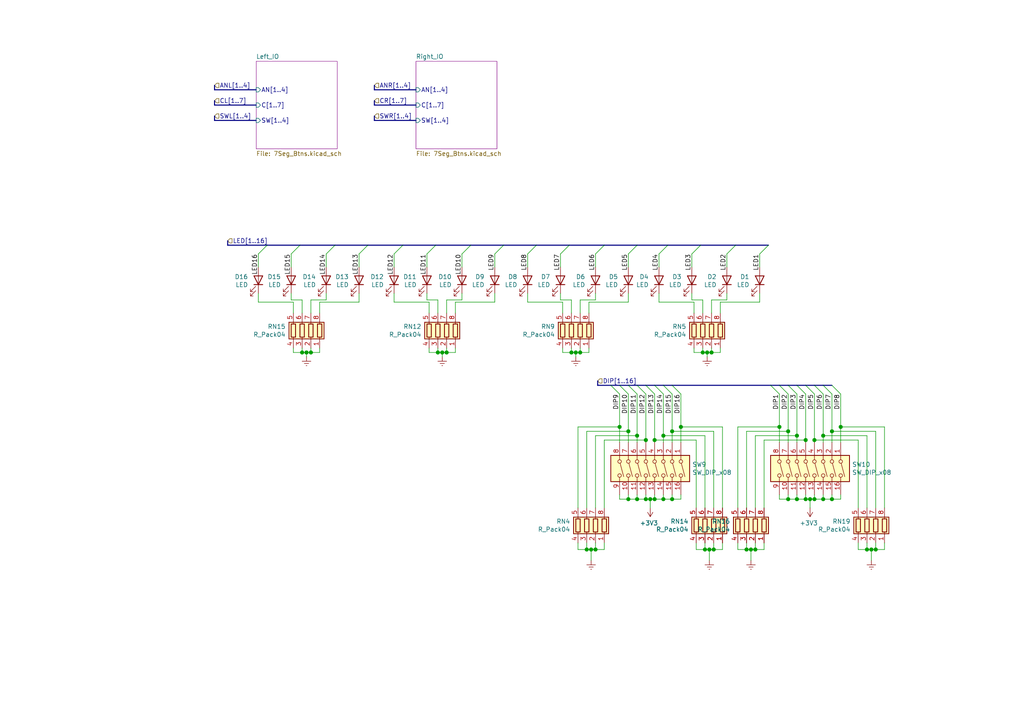
<source format=kicad_sch>
(kicad_sch (version 20200714) (host eeschema "(5.99.0-2671-gfc0a358ba)")
  (page 2 4)
  (paper "A4")
  (lib_symbols
    (symbol "Device:LED" (pin_numbers hide) (pin_names hide)
      (property "Reference" "D" (at 0 2.54 0))
      (property "Value" "LED" (at 0 -2.54 0))
      (symbol "LED_0_1"
        (polyline (pts (xy -1.27 -1.27) (xy -1.27 1.27)) (stroke (width 0.254)))
        (polyline (pts (xy -1.27 0) (xy 1.27 0)))
        (polyline (pts (xy 1.27 -1.27) (xy 1.27 1.27) (xy -1.27 0) (xy 1.27 -1.27)) (stroke (width 0.254)))
        (polyline (pts (xy -3.048 -0.762) (xy -4.572 -2.286) (xy -3.81 -2.286) (xy -4.572 -2.286) (xy -4.572 -1.524)))
        (polyline (pts (xy -1.778 -0.762) (xy -3.302 -2.286) (xy -2.54 -2.286) (xy -3.302 -2.286) (xy -3.302 -1.524)))
      )
      (symbol "LED_1_1"
        (pin passive line (at -3.81 0 0) (length 2.54) (name "K") (number "1"))
        (pin passive line (at 3.81 0 180) (length 2.54) (name "A") (number "2"))
      )
    )
    (symbol "Device:LED_1" (pin_numbers hide) (pin_names hide)
      (property "Reference" "D" (at 0 2.54 0))
      (property "Value" "LED" (at 0 -2.54 0))
      (symbol "LED_1_0_1"
        (polyline (pts (xy -1.27 -1.27) (xy -1.27 1.27)) (stroke (width 0.254)))
        (polyline (pts (xy -1.27 0) (xy 1.27 0)))
        (polyline (pts (xy 1.27 -1.27) (xy 1.27 1.27) (xy -1.27 0) (xy 1.27 -1.27)) (stroke (width 0.254)))
        (polyline (pts (xy -3.048 -0.762) (xy -4.572 -2.286) (xy -3.81 -2.286) (xy -4.572 -2.286) (xy -4.572 -1.524)))
        (polyline (pts (xy -1.778 -0.762) (xy -3.302 -2.286) (xy -2.54 -2.286) (xy -3.302 -2.286) (xy -3.302 -1.524)))
      )
      (symbol "LED_1_1_1"
        (pin passive line (at -3.81 0 0) (length 2.54) (name "K") (number "1"))
        (pin passive line (at 3.81 0 180) (length 2.54) (name "A") (number "2"))
      )
    )
    (symbol "Device:LED_2" (pin_numbers hide) (pin_names hide)
      (property "Reference" "D" (at 0 2.54 0))
      (property "Value" "LED" (at 0 -2.54 0))
      (symbol "LED_2_0_1"
        (polyline (pts (xy -1.27 -1.27) (xy -1.27 1.27)) (stroke (width 0.254)))
        (polyline (pts (xy -1.27 0) (xy 1.27 0)))
        (polyline (pts (xy 1.27 -1.27) (xy 1.27 1.27) (xy -1.27 0) (xy 1.27 -1.27)) (stroke (width 0.254)))
        (polyline (pts (xy -3.048 -0.762) (xy -4.572 -2.286) (xy -3.81 -2.286) (xy -4.572 -2.286) (xy -4.572 -1.524)))
        (polyline (pts (xy -1.778 -0.762) (xy -3.302 -2.286) (xy -2.54 -2.286) (xy -3.302 -2.286) (xy -3.302 -1.524)))
      )
      (symbol "LED_2_1_1"
        (pin passive line (at -3.81 0 0) (length 2.54) (name "K") (number "1"))
        (pin passive line (at 3.81 0 180) (length 2.54) (name "A") (number "2"))
      )
    )
    (symbol "Device:LED_3" (pin_numbers hide) (pin_names hide)
      (property "Reference" "D" (at 0 2.54 0))
      (property "Value" "LED" (at 0 -2.54 0))
      (symbol "LED_3_0_1"
        (polyline (pts (xy -1.27 -1.27) (xy -1.27 1.27)) (stroke (width 0.254)))
        (polyline (pts (xy -1.27 0) (xy 1.27 0)))
        (polyline (pts (xy 1.27 -1.27) (xy 1.27 1.27) (xy -1.27 0) (xy 1.27 -1.27)) (stroke (width 0.254)))
        (polyline (pts (xy -3.048 -0.762) (xy -4.572 -2.286) (xy -3.81 -2.286) (xy -4.572 -2.286) (xy -4.572 -1.524)))
        (polyline (pts (xy -1.778 -0.762) (xy -3.302 -2.286) (xy -2.54 -2.286) (xy -3.302 -2.286) (xy -3.302 -1.524)))
      )
      (symbol "LED_3_1_1"
        (pin passive line (at -3.81 0 0) (length 2.54) (name "K") (number "1"))
        (pin passive line (at 3.81 0 180) (length 2.54) (name "A") (number "2"))
      )
    )
    (symbol "Device:R_Pack04" (pin_names (offset 0) hide)
      (property "Reference" "RN" (at -7.62 0 90))
      (property "Value" "R_Pack04" (at 5.08 0 90))
      (symbol "R_Pack04_0_1"
        (rectangle (start -3.175 1.905) (end -1.905 -1.905) (stroke (width 0.254)))
        (rectangle (start -5.715 1.905) (end -4.445 -1.905) (stroke (width 0.254)))
        (rectangle (start -0.635 1.905) (end 0.635 -1.905) (stroke (width 0.254)))
        (rectangle (start -6.35 -2.413) (end 3.81 2.413) (stroke (width 0.254)) (fill (type background)))
        (rectangle (start 1.905 1.905) (end 3.175 -1.905) (stroke (width 0.254)))
        (polyline (pts (xy -2.54 -2.54) (xy -2.54 -1.905)))
        (polyline (pts (xy -2.54 1.905) (xy -2.54 2.54)))
        (polyline (pts (xy -5.08 -2.54) (xy -5.08 -1.905)))
        (polyline (pts (xy -5.08 1.905) (xy -5.08 2.54)))
        (polyline (pts (xy 0 -2.54) (xy 0 -1.905)))
        (polyline (pts (xy 0 1.905) (xy 0 2.54)))
        (polyline (pts (xy 2.54 -2.54) (xy 2.54 -1.905)))
        (polyline (pts (xy 2.54 1.905) (xy 2.54 2.54)))
      )
      (symbol "R_Pack04_1_1"
        (pin passive line (at -5.08 -5.08 90) (length 2.54) (name "R1.1") (number "1"))
        (pin passive line (at -5.08 5.08 270) (length 2.54) (name "R1.2") (number "8"))
        (pin passive line (at -2.54 -5.08 90) (length 2.54) (name "R2.1") (number "2"))
        (pin passive line (at -2.54 5.08 270) (length 2.54) (name "R2.2") (number "7"))
        (pin passive line (at 0 -5.08 90) (length 2.54) (name "R3.1") (number "3"))
        (pin passive line (at 0 5.08 270) (length 2.54) (name "R3.2") (number "6"))
        (pin passive line (at 2.54 -5.08 90) (length 2.54) (name "R4.1") (number "4"))
        (pin passive line (at 2.54 5.08 270) (length 2.54) (name "R4.2") (number "5"))
      )
    )
    (symbol "Switch:SW_DIP_x08" (pin_names (offset 0) hide)
      (property "Reference" "SW" (at 0 13.97 0))
      (property "Value" "SW_DIP_x08" (at 0 -11.43 0))
      (symbol "SW_DIP_x08_0_0"
        (circle (center -2.032 -7.62) (radius 0.508))
        (circle (center -2.032 -5.08) (radius 0.508))
        (circle (center -2.032 -2.54) (radius 0.508))
        (circle (center -2.032 0) (radius 0.508))
        (circle (center -2.032 2.54) (radius 0.508))
        (circle (center -2.032 5.08) (radius 0.508))
        (circle (center -2.032 7.62) (radius 0.508))
        (circle (center -2.032 10.16) (radius 0.508))
        (circle (center 2.032 -7.62) (radius 0.508))
        (circle (center 2.032 -5.08) (radius 0.508))
        (circle (center 2.032 -2.54) (radius 0.508))
        (circle (center 2.032 0) (radius 0.508))
        (circle (center 2.032 2.54) (radius 0.508))
        (circle (center 2.032 5.08) (radius 0.508))
        (circle (center 2.032 7.62) (radius 0.508))
        (circle (center 2.032 10.16) (radius 0.508))
        (polyline (pts (xy -1.524 -7.4676) (xy 2.3622 -6.4262)))
        (polyline (pts (xy -1.524 -4.9276) (xy 2.3622 -3.8862)))
        (polyline (pts (xy -1.524 -2.3876) (xy 2.3622 -1.3462)))
        (polyline (pts (xy -1.524 0.127) (xy 2.3622 1.1684)))
        (polyline (pts (xy -1.524 2.667) (xy 2.3622 3.7084)))
        (polyline (pts (xy -1.524 5.207) (xy 2.3622 6.2484)))
        (polyline (pts (xy -1.524 7.747) (xy 2.3622 8.7884)))
        (polyline (pts (xy -1.524 10.287) (xy 2.3622 11.3284)))
      )
      (symbol "SW_DIP_x08_0_1"
        (rectangle (start -3.81 12.7) (end 3.81 -10.16) (stroke (width 0.254)) (fill (type background)))
      )
      (symbol "SW_DIP_x08_1_1"
        (pin passive line (at -7.62 10.16 0) (length 5.08) (name "~") (number "1"))
        (pin passive line (at 7.62 -5.08 180) (length 5.08) (name "~") (number "10"))
        (pin passive line (at 7.62 -2.54 180) (length 5.08) (name "~") (number "11"))
        (pin passive line (at 7.62 0 180) (length 5.08) (name "~") (number "12"))
        (pin passive line (at 7.62 2.54 180) (length 5.08) (name "~") (number "13"))
        (pin passive line (at 7.62 5.08 180) (length 5.08) (name "~") (number "14"))
        (pin passive line (at 7.62 7.62 180) (length 5.08) (name "~") (number "15"))
        (pin passive line (at 7.62 10.16 180) (length 5.08) (name "~") (number "16"))
        (pin passive line (at -7.62 7.62 0) (length 5.08) (name "~") (number "2"))
        (pin passive line (at -7.62 5.08 0) (length 5.08) (name "~") (number "3"))
        (pin passive line (at -7.62 2.54 0) (length 5.08) (name "~") (number "4"))
        (pin passive line (at -7.62 0 0) (length 5.08) (name "~") (number "5"))
        (pin passive line (at -7.62 -2.54 0) (length 5.08) (name "~") (number "6"))
        (pin passive line (at -7.62 -5.08 0) (length 5.08) (name "~") (number "7"))
        (pin passive line (at -7.62 -7.62 0) (length 5.08) (name "~") (number "8"))
        (pin passive line (at 7.62 -7.62 180) (length 5.08) (name "~") (number "9"))
      )
    )
    (symbol "power:+3V3" (power) (pin_names (offset 0))
      (property "Value" "+3V3" (at 0 3.556 0))
      (symbol "+3V3_0_1"
        (polyline (pts (xy -0.762 1.27) (xy 0 2.54)))
        (polyline (pts (xy 0 0) (xy 0 2.54)))
        (polyline (pts (xy 0 2.54) (xy 0.762 1.27)))
      )
      (symbol "+3V3_1_1"
        (pin power_in line (at 0 0 90) (length 0) hide (name "+3V3") (number "1"))
      )
    )
    (symbol "power:GNDREF" (power) (pin_names (offset 0))
      (property "Value" "GNDREF" (at 0 -3.81 0))
      (symbol "GNDREF_0_1"
        (polyline (pts (xy -0.635 -1.905) (xy 0.635 -1.905)))
        (polyline (pts (xy -0.127 -2.54) (xy 0.127 -2.54)))
        (polyline (pts (xy 0 -1.27) (xy 0 0)))
        (polyline (pts (xy 1.27 -1.27) (xy -1.27 -1.27)))
      )
      (symbol "GNDREF_1_1"
        (pin power_in line (at 0 0 270) (length 0) hide (name "GNDREF") (number "1"))
      )
    )
  )
  (junction (at 87.63 102.235) (diameter 1.016))
  (junction (at 88.9 102.235) (diameter 1.016))
  (junction (at 90.17 102.235) (diameter 1.016))
  (junction (at 127 102.235) (diameter 1.016))
  (junction (at 128.27 102.235) (diameter 1.016))
  (junction (at 129.54 102.235) (diameter 1.016))
  (junction (at 165.735 102.235) (diameter 1.016))
  (junction (at 167.005 102.235) (diameter 1.016))
  (junction (at 168.275 102.235) (diameter 1.016))
  (junction (at 170.18 159.385) (diameter 1.016))
  (junction (at 171.45 159.385) (diameter 1.016))
  (junction (at 172.72 159.385) (diameter 1.016))
  (junction (at 179.705 123.825) (diameter 1.016))
  (junction (at 182.245 125.095) (diameter 1.016))
  (junction (at 182.245 144.78) (diameter 1.016))
  (junction (at 184.785 126.365) (diameter 1.016))
  (junction (at 184.785 144.78) (diameter 1.016))
  (junction (at 187.325 127.635) (diameter 1.016))
  (junction (at 187.325 144.78) (diameter 1.016))
  (junction (at 188.595 144.78) (diameter 1.016))
  (junction (at 189.865 127.635) (diameter 1.016))
  (junction (at 189.865 144.78) (diameter 1.016))
  (junction (at 192.405 126.365) (diameter 1.016))
  (junction (at 192.405 144.78) (diameter 1.016))
  (junction (at 194.945 125.095) (diameter 1.016))
  (junction (at 194.945 144.78) (diameter 1.016))
  (junction (at 197.485 123.825) (diameter 1.016))
  (junction (at 203.835 102.235) (diameter 1.016))
  (junction (at 204.47 159.385) (diameter 1.016))
  (junction (at 205.105 102.235) (diameter 1.016))
  (junction (at 205.74 159.385) (diameter 1.016))
  (junction (at 206.375 102.235) (diameter 1.016))
  (junction (at 207.01 159.385) (diameter 1.016))
  (junction (at 216.535 159.385) (diameter 1.016))
  (junction (at 217.805 159.385) (diameter 1.016))
  (junction (at 219.075 159.385) (diameter 1.016))
  (junction (at 226.06 123.825) (diameter 1.016))
  (junction (at 228.6 125.095) (diameter 1.016))
  (junction (at 228.6 144.78) (diameter 1.016))
  (junction (at 231.14 126.365) (diameter 1.016))
  (junction (at 231.14 144.78) (diameter 1.016))
  (junction (at 233.68 127.635) (diameter 1.016))
  (junction (at 233.68 144.78) (diameter 1.016))
  (junction (at 234.95 144.78) (diameter 1.016))
  (junction (at 236.22 127.635) (diameter 1.016))
  (junction (at 236.22 144.78) (diameter 1.016))
  (junction (at 238.76 126.365) (diameter 1.016))
  (junction (at 238.76 144.78) (diameter 1.016))
  (junction (at 241.3 125.095) (diameter 1.016))
  (junction (at 241.3 144.78) (diameter 1.016))
  (junction (at 243.84 123.825) (diameter 1.016))
  (junction (at 251.46 159.385) (diameter 1.016))
  (junction (at 252.73 159.385) (diameter 1.016))
  (junction (at 254 159.385) (diameter 1.016))
  (bus_entry (at 77.47 71.12) (size -2.54 2.54) (stroke (width 0.1524)))
  (bus_entry (at 86.995 71.12) (size -2.54 2.54) (stroke (width 0.1524)))
  (bus_entry (at 97.155 71.12) (size -2.54 2.54) (stroke (width 0.1524)))
  (bus_entry (at 106.68 71.12) (size -2.54 2.54) (stroke (width 0.1524)))
  (bus_entry (at 116.84 71.12) (size -2.54 2.54) (stroke (width 0.1524)))
  (bus_entry (at 126.365 71.12) (size -2.54 2.54) (stroke (width 0.1524)))
  (bus_entry (at 136.525 71.12) (size -2.54 2.54) (stroke (width 0.1524)))
  (bus_entry (at 146.05 71.12) (size -2.54 2.54) (stroke (width 0.1524)))
  (bus_entry (at 155.575 71.12) (size -2.54 2.54) (stroke (width 0.1524)))
  (bus_entry (at 165.1 71.12) (size -2.54 2.54) (stroke (width 0.1524)))
  (bus_entry (at 175.26 71.12) (size -2.54 2.54) (stroke (width 0.1524)))
  (bus_entry (at 177.165 111.76) (size 2.54 2.54) (stroke (width 0.1524)))
  (bus_entry (at 179.705 111.76) (size 2.54 2.54) (stroke (width 0.1524)))
  (bus_entry (at 182.245 111.76) (size 2.54 2.54) (stroke (width 0.1524)))
  (bus_entry (at 184.785 71.12) (size -2.54 2.54) (stroke (width 0.1524)))
  (bus_entry (at 184.785 111.76) (size 2.54 2.54) (stroke (width 0.1524)))
  (bus_entry (at 187.325 111.76) (size 2.54 2.54) (stroke (width 0.1524)))
  (bus_entry (at 189.865 111.76) (size 2.54 2.54) (stroke (width 0.1524)))
  (bus_entry (at 192.405 111.76) (size 2.54 2.54) (stroke (width 0.1524)))
  (bus_entry (at 193.675 71.12) (size -2.54 2.54) (stroke (width 0.1524)))
  (bus_entry (at 194.945 111.76) (size 2.54 2.54) (stroke (width 0.1524)))
  (bus_entry (at 203.2 71.12) (size -2.54 2.54) (stroke (width 0.1524)))
  (bus_entry (at 213.36 71.12) (size -2.54 2.54) (stroke (width 0.1524)))
  (bus_entry (at 222.885 71.12) (size -2.54 2.54) (stroke (width 0.1524)))
  (bus_entry (at 223.52 111.76) (size 2.54 2.54) (stroke (width 0.1524)))
  (bus_entry (at 226.06 111.76) (size 2.54 2.54) (stroke (width 0.1524)))
  (bus_entry (at 228.6 111.76) (size 2.54 2.54) (stroke (width 0.1524)))
  (bus_entry (at 231.14 111.76) (size 2.54 2.54) (stroke (width 0.1524)))
  (bus_entry (at 233.68 111.76) (size 2.54 2.54) (stroke (width 0.1524)))
  (bus_entry (at 236.22 111.76) (size 2.54 2.54) (stroke (width 0.1524)))
  (bus_entry (at 238.76 111.76) (size 2.54 2.54) (stroke (width 0.1524)))
  (bus_entry (at 241.3 111.76) (size 2.54 2.54) (stroke (width 0.1524)))
  (wire (pts (xy 74.93 73.66) (xy 74.93 77.47)))
  (wire (pts (xy 74.93 87.63) (xy 74.93 85.09)))
  (wire (pts (xy 84.455 73.66) (xy 84.455 77.47)))
  (wire (pts (xy 84.455 85.09) (xy 84.455 86.995)))
  (wire (pts (xy 84.455 86.995) (xy 87.63 86.995)))
  (wire (pts (xy 85.09 87.63) (xy 74.93 87.63)))
  (wire (pts (xy 85.09 90.805) (xy 85.09 87.63)))
  (wire (pts (xy 85.09 102.235) (xy 85.09 100.965)))
  (wire (pts (xy 85.09 102.235) (xy 87.63 102.235)))
  (wire (pts (xy 87.63 86.995) (xy 87.63 90.805)))
  (wire (pts (xy 87.63 100.965) (xy 87.63 102.235)))
  (wire (pts (xy 87.63 102.235) (xy 88.9 102.235)))
  (wire (pts (xy 88.9 102.235) (xy 88.9 103.505)))
  (wire (pts (xy 88.9 102.235) (xy 90.17 102.235)))
  (wire (pts (xy 90.17 86.995) (xy 90.17 90.805)))
  (wire (pts (xy 90.17 100.965) (xy 90.17 102.235)))
  (wire (pts (xy 90.17 102.235) (xy 92.71 102.235)))
  (wire (pts (xy 92.71 87.63) (xy 92.71 90.805)))
  (wire (pts (xy 92.71 100.965) (xy 92.71 102.235)))
  (wire (pts (xy 94.615 73.66) (xy 94.615 77.47)))
  (wire (pts (xy 94.615 85.09) (xy 94.615 86.995)))
  (wire (pts (xy 94.615 86.995) (xy 90.17 86.995)))
  (wire (pts (xy 104.14 73.66) (xy 104.14 77.47)))
  (wire (pts (xy 104.14 85.09) (xy 104.14 87.63)))
  (wire (pts (xy 104.14 87.63) (xy 92.71 87.63)))
  (wire (pts (xy 114.3 73.66) (xy 114.3 77.47)))
  (wire (pts (xy 114.3 87.63) (xy 114.3 85.09)))
  (wire (pts (xy 123.825 73.66) (xy 123.825 77.47)))
  (wire (pts (xy 123.825 85.09) (xy 123.825 86.995)))
  (wire (pts (xy 123.825 86.995) (xy 127 86.995)))
  (wire (pts (xy 124.46 87.63) (xy 114.3 87.63)))
  (wire (pts (xy 124.46 90.805) (xy 124.46 87.63)))
  (wire (pts (xy 124.46 102.235) (xy 124.46 100.965)))
  (wire (pts (xy 124.46 102.235) (xy 127 102.235)))
  (wire (pts (xy 127 86.995) (xy 127 90.805)))
  (wire (pts (xy 127 100.965) (xy 127 102.235)))
  (wire (pts (xy 127 102.235) (xy 128.27 102.235)))
  (wire (pts (xy 128.27 102.235) (xy 128.27 103.505)))
  (wire (pts (xy 128.27 102.235) (xy 129.54 102.235)))
  (wire (pts (xy 129.54 86.995) (xy 129.54 90.805)))
  (wire (pts (xy 129.54 100.965) (xy 129.54 102.235)))
  (wire (pts (xy 129.54 102.235) (xy 132.08 102.235)))
  (wire (pts (xy 132.08 87.63) (xy 132.08 90.805)))
  (wire (pts (xy 132.08 100.965) (xy 132.08 102.235)))
  (wire (pts (xy 133.985 73.66) (xy 133.985 77.47)))
  (wire (pts (xy 133.985 85.09) (xy 133.985 86.995)))
  (wire (pts (xy 133.985 86.995) (xy 129.54 86.995)))
  (wire (pts (xy 143.51 73.66) (xy 143.51 77.47)))
  (wire (pts (xy 143.51 85.09) (xy 143.51 87.63)))
  (wire (pts (xy 143.51 87.63) (xy 132.08 87.63)))
  (wire (pts (xy 153.035 73.66) (xy 153.035 77.47)))
  (wire (pts (xy 153.035 87.63) (xy 153.035 85.09)))
  (wire (pts (xy 162.56 73.66) (xy 162.56 77.47)))
  (wire (pts (xy 162.56 85.09) (xy 162.56 86.995)))
  (wire (pts (xy 162.56 86.995) (xy 165.735 86.995)))
  (wire (pts (xy 163.195 87.63) (xy 153.035 87.63)))
  (wire (pts (xy 163.195 90.805) (xy 163.195 87.63)))
  (wire (pts (xy 163.195 102.235) (xy 163.195 100.965)))
  (wire (pts (xy 163.195 102.235) (xy 165.735 102.235)))
  (wire (pts (xy 165.735 86.995) (xy 165.735 90.805)))
  (wire (pts (xy 165.735 100.965) (xy 165.735 102.235)))
  (wire (pts (xy 165.735 102.235) (xy 167.005 102.235)))
  (wire (pts (xy 167.005 102.235) (xy 167.005 103.505)))
  (wire (pts (xy 167.005 102.235) (xy 168.275 102.235)))
  (wire (pts (xy 167.64 123.825) (xy 179.705 123.825)))
  (wire (pts (xy 167.64 147.32) (xy 167.64 123.825)))
  (wire (pts (xy 167.64 157.48) (xy 167.64 159.385)))
  (wire (pts (xy 167.64 159.385) (xy 170.18 159.385)))
  (wire (pts (xy 168.275 86.995) (xy 168.275 90.805)))
  (wire (pts (xy 168.275 100.965) (xy 168.275 102.235)))
  (wire (pts (xy 168.275 102.235) (xy 170.815 102.235)))
  (wire (pts (xy 170.18 125.095) (xy 182.245 125.095)))
  (wire (pts (xy 170.18 147.32) (xy 170.18 125.095)))
  (wire (pts (xy 170.18 157.48) (xy 170.18 159.385)))
  (wire (pts (xy 170.18 159.385) (xy 171.45 159.385)))
  (wire (pts (xy 170.815 87.63) (xy 170.815 90.805)))
  (wire (pts (xy 170.815 100.965) (xy 170.815 102.235)))
  (wire (pts (xy 171.45 159.385) (xy 171.45 162.56)))
  (wire (pts (xy 171.45 159.385) (xy 172.72 159.385)))
  (wire (pts (xy 172.72 73.66) (xy 172.72 77.47)))
  (wire (pts (xy 172.72 85.09) (xy 172.72 86.995)))
  (wire (pts (xy 172.72 86.995) (xy 168.275 86.995)))
  (wire (pts (xy 172.72 126.365) (xy 172.72 147.32)))
  (wire (pts (xy 172.72 126.365) (xy 184.785 126.365)))
  (wire (pts (xy 172.72 157.48) (xy 172.72 159.385)))
  (wire (pts (xy 172.72 159.385) (xy 175.26 159.385)))
  (wire (pts (xy 175.26 127.635) (xy 187.325 127.635)))
  (wire (pts (xy 175.26 147.32) (xy 175.26 127.635)))
  (wire (pts (xy 175.26 159.385) (xy 175.26 157.48)))
  (wire (pts (xy 179.705 114.3) (xy 179.705 123.825)))
  (wire (pts (xy 179.705 123.825) (xy 179.705 128.27)))
  (wire (pts (xy 179.705 143.51) (xy 179.705 144.78)))
  (wire (pts (xy 179.705 144.78) (xy 182.245 144.78)))
  (wire (pts (xy 182.245 73.66) (xy 182.245 77.47)))
  (wire (pts (xy 182.245 85.09) (xy 182.245 87.63)))
  (wire (pts (xy 182.245 87.63) (xy 170.815 87.63)))
  (wire (pts (xy 182.245 114.3) (xy 182.245 125.095)))
  (wire (pts (xy 182.245 125.095) (xy 182.245 128.27)))
  (wire (pts (xy 182.245 143.51) (xy 182.245 144.78)))
  (wire (pts (xy 182.245 144.78) (xy 184.785 144.78)))
  (wire (pts (xy 184.785 114.3) (xy 184.785 126.365)))
  (wire (pts (xy 184.785 126.365) (xy 184.785 128.27)))
  (wire (pts (xy 184.785 143.51) (xy 184.785 144.78)))
  (wire (pts (xy 184.785 144.78) (xy 187.325 144.78)))
  (wire (pts (xy 187.325 114.3) (xy 187.325 127.635)))
  (wire (pts (xy 187.325 127.635) (xy 187.325 128.27)))
  (wire (pts (xy 187.325 143.51) (xy 187.325 144.78)))
  (wire (pts (xy 187.325 144.78) (xy 188.595 144.78)))
  (wire (pts (xy 188.595 144.78) (xy 188.595 147.32)))
  (wire (pts (xy 188.595 144.78) (xy 189.865 144.78)))
  (wire (pts (xy 189.865 114.3) (xy 189.865 127.635)))
  (wire (pts (xy 189.865 127.635) (xy 189.865 128.27)))
  (wire (pts (xy 189.865 127.635) (xy 201.93 127.635)))
  (wire (pts (xy 189.865 143.51) (xy 189.865 144.78)))
  (wire (pts (xy 189.865 144.78) (xy 192.405 144.78)))
  (wire (pts (xy 191.135 73.66) (xy 191.135 77.47)))
  (wire (pts (xy 191.135 87.63) (xy 191.135 85.09)))
  (wire (pts (xy 192.405 114.3) (xy 192.405 126.365)))
  (wire (pts (xy 192.405 126.365) (xy 192.405 128.27)))
  (wire (pts (xy 192.405 143.51) (xy 192.405 144.78)))
  (wire (pts (xy 192.405 144.78) (xy 194.945 144.78)))
  (wire (pts (xy 194.945 114.3) (xy 194.945 125.095)))
  (wire (pts (xy 194.945 125.095) (xy 194.945 128.27)))
  (wire (pts (xy 194.945 125.095) (xy 207.01 125.095)))
  (wire (pts (xy 194.945 143.51) (xy 194.945 144.78)))
  (wire (pts (xy 194.945 144.78) (xy 197.485 144.78)))
  (wire (pts (xy 197.485 114.3) (xy 197.485 123.825)))
  (wire (pts (xy 197.485 123.825) (xy 197.485 128.27)))
  (wire (pts (xy 197.485 144.78) (xy 197.485 143.51)))
  (wire (pts (xy 200.66 73.66) (xy 200.66 77.47)))
  (wire (pts (xy 200.66 85.09) (xy 200.66 86.995)))
  (wire (pts (xy 200.66 86.995) (xy 203.835 86.995)))
  (wire (pts (xy 201.295 87.63) (xy 191.135 87.63)))
  (wire (pts (xy 201.295 90.805) (xy 201.295 87.63)))
  (wire (pts (xy 201.295 102.235) (xy 201.295 100.965)))
  (wire (pts (xy 201.295 102.235) (xy 203.835 102.235)))
  (wire (pts (xy 201.93 127.635) (xy 201.93 147.32)))
  (wire (pts (xy 201.93 157.48) (xy 201.93 159.385)))
  (wire (pts (xy 201.93 159.385) (xy 204.47 159.385)))
  (wire (pts (xy 203.835 86.995) (xy 203.835 90.805)))
  (wire (pts (xy 203.835 100.965) (xy 203.835 102.235)))
  (wire (pts (xy 203.835 102.235) (xy 205.105 102.235)))
  (wire (pts (xy 204.47 126.365) (xy 192.405 126.365)))
  (wire (pts (xy 204.47 147.32) (xy 204.47 126.365)))
  (wire (pts (xy 204.47 157.48) (xy 204.47 159.385)))
  (wire (pts (xy 204.47 159.385) (xy 205.74 159.385)))
  (wire (pts (xy 205.105 102.235) (xy 205.105 103.505)))
  (wire (pts (xy 205.105 102.235) (xy 206.375 102.235)))
  (wire (pts (xy 205.74 159.385) (xy 205.74 162.56)))
  (wire (pts (xy 205.74 159.385) (xy 207.01 159.385)))
  (wire (pts (xy 206.375 86.995) (xy 206.375 90.805)))
  (wire (pts (xy 206.375 100.965) (xy 206.375 102.235)))
  (wire (pts (xy 206.375 102.235) (xy 208.915 102.235)))
  (wire (pts (xy 207.01 125.095) (xy 207.01 147.32)))
  (wire (pts (xy 207.01 157.48) (xy 207.01 159.385)))
  (wire (pts (xy 207.01 159.385) (xy 209.55 159.385)))
  (wire (pts (xy 208.915 87.63) (xy 208.915 90.805)))
  (wire (pts (xy 208.915 100.965) (xy 208.915 102.235)))
  (wire (pts (xy 209.55 123.825) (xy 197.485 123.825)))
  (wire (pts (xy 209.55 147.32) (xy 209.55 123.825)))
  (wire (pts (xy 209.55 159.385) (xy 209.55 157.48)))
  (wire (pts (xy 210.82 73.66) (xy 210.82 77.47)))
  (wire (pts (xy 210.82 85.09) (xy 210.82 86.995)))
  (wire (pts (xy 210.82 86.995) (xy 206.375 86.995)))
  (wire (pts (xy 213.995 123.825) (xy 226.06 123.825)))
  (wire (pts (xy 213.995 147.32) (xy 213.995 123.825)))
  (wire (pts (xy 213.995 157.48) (xy 213.995 159.385)))
  (wire (pts (xy 213.995 159.385) (xy 216.535 159.385)))
  (wire (pts (xy 216.535 125.095) (xy 228.6 125.095)))
  (wire (pts (xy 216.535 147.32) (xy 216.535 125.095)))
  (wire (pts (xy 216.535 157.48) (xy 216.535 159.385)))
  (wire (pts (xy 216.535 159.385) (xy 217.805 159.385)))
  (wire (pts (xy 217.805 159.385) (xy 217.805 162.56)))
  (wire (pts (xy 217.805 159.385) (xy 219.075 159.385)))
  (wire (pts (xy 219.075 126.365) (xy 219.075 147.32)))
  (wire (pts (xy 219.075 126.365) (xy 231.14 126.365)))
  (wire (pts (xy 219.075 157.48) (xy 219.075 159.385)))
  (wire (pts (xy 219.075 159.385) (xy 221.615 159.385)))
  (wire (pts (xy 220.345 73.66) (xy 220.345 77.47)))
  (wire (pts (xy 220.345 85.09) (xy 220.345 87.63)))
  (wire (pts (xy 220.345 87.63) (xy 208.915 87.63)))
  (wire (pts (xy 221.615 127.635) (xy 233.68 127.635)))
  (wire (pts (xy 221.615 147.32) (xy 221.615 127.635)))
  (wire (pts (xy 221.615 159.385) (xy 221.615 157.48)))
  (wire (pts (xy 226.06 114.3) (xy 226.06 123.825)))
  (wire (pts (xy 226.06 123.825) (xy 226.06 128.27)))
  (wire (pts (xy 226.06 143.51) (xy 226.06 144.78)))
  (wire (pts (xy 226.06 144.78) (xy 228.6 144.78)))
  (wire (pts (xy 228.6 114.3) (xy 228.6 125.095)))
  (wire (pts (xy 228.6 125.095) (xy 228.6 128.27)))
  (wire (pts (xy 228.6 143.51) (xy 228.6 144.78)))
  (wire (pts (xy 228.6 144.78) (xy 231.14 144.78)))
  (wire (pts (xy 231.14 114.3) (xy 231.14 126.365)))
  (wire (pts (xy 231.14 126.365) (xy 231.14 128.27)))
  (wire (pts (xy 231.14 143.51) (xy 231.14 144.78)))
  (wire (pts (xy 231.14 144.78) (xy 233.68 144.78)))
  (wire (pts (xy 233.68 114.3) (xy 233.68 127.635)))
  (wire (pts (xy 233.68 127.635) (xy 233.68 128.27)))
  (wire (pts (xy 233.68 143.51) (xy 233.68 144.78)))
  (wire (pts (xy 233.68 144.78) (xy 234.95 144.78)))
  (wire (pts (xy 234.95 144.78) (xy 234.95 147.32)))
  (wire (pts (xy 234.95 144.78) (xy 236.22 144.78)))
  (wire (pts (xy 236.22 114.3) (xy 236.22 127.635)))
  (wire (pts (xy 236.22 127.635) (xy 236.22 128.27)))
  (wire (pts (xy 236.22 127.635) (xy 248.92 127.635)))
  (wire (pts (xy 236.22 143.51) (xy 236.22 144.78)))
  (wire (pts (xy 236.22 144.78) (xy 238.76 144.78)))
  (wire (pts (xy 238.76 114.3) (xy 238.76 126.365)))
  (wire (pts (xy 238.76 126.365) (xy 238.76 128.27)))
  (wire (pts (xy 238.76 126.365) (xy 251.46 126.365)))
  (wire (pts (xy 238.76 143.51) (xy 238.76 144.78)))
  (wire (pts (xy 238.76 144.78) (xy 241.3 144.78)))
  (wire (pts (xy 241.3 114.3) (xy 241.3 125.095)))
  (wire (pts (xy 241.3 125.095) (xy 241.3 128.27)))
  (wire (pts (xy 241.3 143.51) (xy 241.3 144.78)))
  (wire (pts (xy 241.3 144.78) (xy 243.84 144.78)))
  (wire (pts (xy 243.84 114.3) (xy 243.84 123.825)))
  (wire (pts (xy 243.84 123.825) (xy 243.84 128.27)))
  (wire (pts (xy 243.84 123.825) (xy 256.54 123.825)))
  (wire (pts (xy 243.84 144.78) (xy 243.84 143.51)))
  (wire (pts (xy 248.92 127.635) (xy 248.92 147.32)))
  (wire (pts (xy 248.92 157.48) (xy 248.92 159.385)))
  (wire (pts (xy 248.92 159.385) (xy 251.46 159.385)))
  (wire (pts (xy 251.46 126.365) (xy 251.46 147.32)))
  (wire (pts (xy 251.46 157.48) (xy 251.46 159.385)))
  (wire (pts (xy 251.46 159.385) (xy 252.73 159.385)))
  (wire (pts (xy 252.73 159.385) (xy 252.73 162.56)))
  (wire (pts (xy 252.73 159.385) (xy 254 159.385)))
  (wire (pts (xy 254 125.095) (xy 241.3 125.095)))
  (wire (pts (xy 254 147.32) (xy 254 125.095)))
  (wire (pts (xy 254 157.48) (xy 254 159.385)))
  (wire (pts (xy 254 159.385) (xy 256.54 159.385)))
  (wire (pts (xy 256.54 123.825) (xy 256.54 147.32)))
  (wire (pts (xy 256.54 159.385) (xy 256.54 157.48)))
  (bus (pts (xy 62.23 24.765) (xy 62.23 26.035)))
  (bus (pts (xy 62.23 26.035) (xy 74.295 26.035)))
  (bus (pts (xy 62.23 29.21) (xy 62.23 30.48)))
  (bus (pts (xy 62.23 30.48) (xy 74.295 30.48)))
  (bus (pts (xy 62.23 34.925) (xy 62.23 33.655)))
  (bus (pts (xy 66.04 69.85) (xy 66.04 71.12)))
  (bus (pts (xy 66.04 71.12) (xy 77.47 71.12)))
  (bus (pts (xy 74.295 34.925) (xy 62.23 34.925)))
  (bus (pts (xy 77.47 71.12) (xy 86.995 71.12)))
  (bus (pts (xy 86.995 71.12) (xy 97.155 71.12)))
  (bus (pts (xy 97.155 71.12) (xy 106.68 71.12)))
  (bus (pts (xy 106.68 71.12) (xy 116.84 71.12)))
  (bus (pts (xy 108.585 24.765) (xy 108.585 26.035)))
  (bus (pts (xy 108.585 26.035) (xy 120.65 26.035)))
  (bus (pts (xy 108.585 29.21) (xy 108.585 30.48)))
  (bus (pts (xy 108.585 30.48) (xy 120.65 30.48)))
  (bus (pts (xy 108.585 34.925) (xy 108.585 33.655)))
  (bus (pts (xy 116.84 71.12) (xy 126.365 71.12)))
  (bus (pts (xy 120.65 34.925) (xy 108.585 34.925)))
  (bus (pts (xy 126.365 71.12) (xy 136.525 71.12)))
  (bus (pts (xy 136.525 71.12) (xy 146.05 71.12)))
  (bus (pts (xy 146.05 71.12) (xy 155.575 71.12)))
  (bus (pts (xy 155.575 71.12) (xy 165.1 71.12)))
  (bus (pts (xy 165.1 71.12) (xy 175.26 71.12)))
  (bus (pts (xy 173.355 110.49) (xy 173.355 111.76)))
  (bus (pts (xy 173.355 111.76) (xy 177.165 111.76)))
  (bus (pts (xy 175.26 71.12) (xy 184.785 71.12)))
  (bus (pts (xy 177.165 111.76) (xy 179.705 111.76)))
  (bus (pts (xy 179.705 111.76) (xy 182.245 111.76)))
  (bus (pts (xy 182.245 111.76) (xy 184.785 111.76)))
  (bus (pts (xy 184.785 71.12) (xy 193.675 71.12)))
  (bus (pts (xy 184.785 111.76) (xy 187.325 111.76)))
  (bus (pts (xy 187.325 111.76) (xy 189.865 111.76)))
  (bus (pts (xy 189.865 111.76) (xy 192.405 111.76)))
  (bus (pts (xy 192.405 111.76) (xy 194.945 111.76)))
  (bus (pts (xy 193.675 71.12) (xy 203.2 71.12)))
  (bus (pts (xy 194.945 111.76) (xy 223.52 111.76)))
  (bus (pts (xy 203.2 71.12) (xy 213.36 71.12)))
  (bus (pts (xy 213.36 71.12) (xy 222.885 71.12)))
  (bus (pts (xy 223.52 111.76) (xy 226.06 111.76)))
  (bus (pts (xy 226.06 111.76) (xy 228.6 111.76)))
  (bus (pts (xy 228.6 111.76) (xy 231.14 111.76)))
  (bus (pts (xy 231.14 111.76) (xy 233.68 111.76)))
  (bus (pts (xy 233.68 111.76) (xy 236.22 111.76)))
  (bus (pts (xy 236.22 111.76) (xy 238.76 111.76)))
  (bus (pts (xy 238.76 111.76) (xy 241.3 111.76)))
  (label "LED16" (at 74.93 73.66 270))
  (label "LED15" (at 84.455 73.66 270))
  (label "LED14" (at 94.615 73.66 270))
  (label "LED13" (at 104.14 73.66 270))
  (label "LED12" (at 114.3 73.66 270))
  (label "LED11" (at 123.825 73.66 270))
  (label "LED10" (at 133.985 73.66 270))
  (label "LED9" (at 143.51 73.66 270))
  (label "LED8" (at 153.035 73.66 270))
  (label "LED7" (at 162.56 73.66 270))
  (label "LED6" (at 172.72 73.66 270))
  (label "DIP9" (at 179.705 114.3 270))
  (label "LED5" (at 182.245 73.66 270))
  (label "DIP10" (at 182.245 114.3 270))
  (label "DIP11" (at 184.785 114.3 270))
  (label "DIP12" (at 187.325 114.3 270))
  (label "DIP13" (at 189.865 114.3 270))
  (label "LED4" (at 191.135 73.66 270))
  (label "DIP14" (at 192.405 114.3 270))
  (label "DIP15" (at 194.945 114.3 270))
  (label "DIP16" (at 197.485 114.3 270))
  (label "LED3" (at 200.66 73.66 270))
  (label "LED2" (at 210.82 73.66 270))
  (label "LED1" (at 220.345 73.66 270))
  (label "DIP1" (at 226.06 114.3 270))
  (label "DIP2" (at 228.6 114.3 270))
  (label "DIP3" (at 231.14 114.3 270))
  (label "DIP4" (at 233.68 114.3 270))
  (label "DIP5" (at 236.22 114.3 270))
  (label "DIP6" (at 238.76 114.3 270))
  (label "DIP7" (at 241.3 114.3 270))
  (label "DIP8" (at 243.84 114.3 270))
  (hierarchical_label "ANL[1..4]" (shape input) (at 62.23 24.765 0))
  (hierarchical_label "CL[1..7]" (shape input) (at 62.23 29.21 0))
  (hierarchical_label "SWL[1..4]" (shape input) (at 62.23 33.655 0))
  (hierarchical_label "LED[1..16]" (shape input) (at 66.04 69.85 0))
  (hierarchical_label "ANR[1..4]" (shape input) (at 108.585 24.765 0))
  (hierarchical_label "CR[1..7]" (shape input) (at 108.585 29.21 0))
  (hierarchical_label "SWR[1..4]" (shape input) (at 108.585 33.655 0))
  (hierarchical_label "DIP[1..16]" (shape input) (at 173.355 110.49 0))
  (symbol (lib_id "power:+3V3") (at 188.595 147.32 180) (unit 1)
    (property "Reference" "#PWR061" (effects hide))
    (property "Value" "+3V3" (at 188.214 151.7142 0))
  )
  (symbol (lib_id "power:+3V3") (at 234.95 147.32 180) (unit 1)
    (property "Reference" "#PWR066" (effects hide))
    (property "Value" "+3V3" (at 234.569 151.7142 0))
  )
  (symbol (lib_id "power:GNDREF") (at 88.9 103.505 0) (mirror y) (unit 1)
    (property "Reference" "#PWR064" (effects hide))
    (property "Value" "GNDREF" (effects hide))
  )
  (symbol (lib_id "power:GNDREF") (at 128.27 103.505 0) (mirror y) (unit 1)
    (property "Reference" "#PWR059" (effects hide))
    (property "Value" "GNDREF" (effects hide))
  )
  (symbol (lib_id "power:GNDREF") (at 167.005 103.505 0) (mirror y) (unit 1)
    (property "Reference" "#PWR056" (effects hide))
    (property "Value" "GNDREF" (effects hide))
  )
  (symbol (lib_id "power:GNDREF") (at 171.45 162.56 0) (unit 1)
    (property "Reference" "#PWR060" (effects hide))
    (property "Value" "GNDREF" (effects hide))
  )
  (symbol (lib_id "power:GNDREF") (at 205.105 103.505 0) (mirror y) (unit 1)
    (property "Reference" "#PWR052" (effects hide))
    (property "Value" "GNDREF" (effects hide))
  )
  (symbol (lib_id "power:GNDREF") (at 205.74 162.56 0) (unit 1)
    (property "Reference" "#PWR063" (effects hide))
    (property "Value" "GNDREF" (effects hide))
  )
  (symbol (lib_id "power:GNDREF") (at 217.805 162.56 0) (unit 1)
    (property "Reference" "#PWR065" (effects hide))
    (property "Value" "GNDREF" (effects hide))
  )
  (symbol (lib_id "power:GNDREF") (at 252.73 162.56 0) (unit 1)
    (property "Reference" "#PWR067" (effects hide))
    (property "Value" "GNDREF" (effects hide))
  )
  (symbol (lib_id "Device:LED") (at 74.93 81.28 270) (mirror x) (unit 1)
    (property "Reference" "D16" (at 71.9582 80.2894 90) (effects (justify right)))
    (property "Value" "LED" (at 71.9582 82.6008 90) (effects (justify right)))
    (property "Footprint" "LED_SMD:LED_0402_1005Metric" (effects hide))
  )
  (symbol (lib_id "Device:LED") (at 84.455 81.28 270) (mirror x) (unit 1)
    (property "Reference" "D15" (at 81.4832 80.2894 90) (effects (justify right)))
    (property "Value" "LED" (at 81.4832 82.6008 90) (effects (justify right)))
    (property "Footprint" "LED_SMD:LED_0402_1005Metric" (effects hide))
  )
  (symbol (lib_id "Device:LED") (at 94.615 81.28 270) (mirror x) (unit 1)
    (property "Reference" "D14" (at 91.6432 80.2894 90) (effects (justify right)))
    (property "Value" "LED" (at 91.6432 82.6008 90) (effects (justify right)))
    (property "Footprint" "LED_SMD:LED_0402_1005Metric" (effects hide))
  )
  (symbol (lib_id "Device:LED") (at 104.14 81.28 270) (mirror x) (unit 1)
    (property "Reference" "D13" (at 101.1682 80.2894 90) (effects (justify right)))
    (property "Value" "LED" (at 101.1682 82.6008 90) (effects (justify right)))
    (property "Footprint" "LED_SMD:LED_0402_1005Metric" (effects hide))
  )
  (symbol (lib_id "Device:LED") (at 114.3 81.28 270) (mirror x) (unit 1)
    (property "Reference" "D12" (at 111.3282 80.2894 90) (effects (justify right)))
    (property "Value" "LED" (at 111.3282 82.6008 90) (effects (justify right)))
    (property "Footprint" "LED_SMD:LED_0402_1005Metric" (effects hide))
  )
  (symbol (lib_id "Device:LED") (at 123.825 81.28 270) (mirror x) (unit 1)
    (property "Reference" "D11" (at 120.8532 80.2894 90) (effects (justify right)))
    (property "Value" "LED" (at 120.8532 82.6008 90) (effects (justify right)))
    (property "Footprint" "LED_SMD:LED_0402_1005Metric" (effects hide))
  )
  (symbol (lib_id "Device:LED") (at 133.985 81.28 270) (mirror x) (unit 1)
    (property "Reference" "D10" (at 131.0132 80.2894 90) (effects (justify right)))
    (property "Value" "LED" (at 131.0132 82.6008 90) (effects (justify right)))
    (property "Footprint" "LED_SMD:LED_0402_1005Metric" (effects hide))
  )
  (symbol (lib_id "Device:LED") (at 143.51 81.28 270) (mirror x) (unit 1)
    (property "Reference" "D9" (at 140.5382 80.2894 90) (effects (justify right)))
    (property "Value" "LED" (at 140.5382 82.6008 90) (effects (justify right)))
    (property "Footprint" "LED_SMD:LED_0402_1005Metric" (effects hide))
  )
  (symbol (lib_id "Device:LED") (at 153.035 81.28 270) (mirror x) (unit 1)
    (property "Reference" "D8" (at 150.0632 80.2894 90) (effects (justify right)))
    (property "Value" "LED" (at 150.0632 82.6008 90) (effects (justify right)))
    (property "Footprint" "LED_SMD:LED_0402_1005Metric" (effects hide))
  )
  (symbol (lib_id "Device:LED") (at 162.56 81.28 270) (mirror x) (unit 1)
    (property "Reference" "D7" (at 159.5882 80.2894 90) (effects (justify right)))
    (property "Value" "LED" (at 159.5882 82.6008 90) (effects (justify right)))
    (property "Footprint" "LED_SMD:LED_0402_1005Metric" (effects hide))
  )
  (symbol (lib_id "Device:LED") (at 172.72 81.28 270) (mirror x) (unit 1)
    (property "Reference" "D6" (at 169.7482 80.2894 90) (effects (justify right)))
    (property "Value" "LED" (at 169.7482 82.6008 90) (effects (justify right)))
    (property "Footprint" "LED_SMD:LED_0402_1005Metric" (effects hide))
  )
  (symbol (lib_id "Device:LED") (at 182.245 81.28 270) (mirror x) (unit 1)
    (property "Reference" "D5" (at 179.2732 80.2894 90) (effects (justify right)))
    (property "Value" "LED" (at 179.2732 82.6008 90) (effects (justify right)))
    (property "Footprint" "LED_SMD:LED_0402_1005Metric" (effects hide))
  )
  (symbol (lib_id "Device:LED") (at 191.135 81.28 270) (mirror x) (unit 1)
    (property "Reference" "D4" (at 188.1632 80.2894 90) (effects (justify right)))
    (property "Value" "LED" (at 188.1632 82.6008 90) (effects (justify right)))
    (property "Footprint" "LED_SMD:LED_0402_1005Metric" (effects hide))
  )
  (symbol (lib_name "Device:LED_3") (lib_id "Device:LED") (at 200.66 81.28 270) (mirror x) (unit 1)
    (property "Reference" "D3" (at 197.6882 80.2894 90) (effects (justify right)))
    (property "Value" "LED" (at 197.6882 82.6008 90) (effects (justify right)))
    (property "Footprint" "LED_SMD:LED_0402_1005Metric" (effects hide))
  )
  (symbol (lib_name "Device:LED_2") (lib_id "Device:LED") (at 210.82 81.28 270) (mirror x) (unit 1)
    (property "Reference" "D2" (at 207.8482 80.2894 90) (effects (justify right)))
    (property "Value" "LED" (at 207.8482 82.6008 90) (effects (justify right)))
    (property "Footprint" "LED_SMD:LED_0402_1005Metric" (effects hide))
  )
  (symbol (lib_name "Device:LED_1") (lib_id "Device:LED") (at 220.345 81.28 270) (mirror x) (unit 1)
    (property "Reference" "D1" (at 217.3732 80.2894 90) (effects (justify right)))
    (property "Value" "LED" (at 217.3732 82.6008 90) (effects (justify right)))
    (property "Footprint" "LED_SMD:LED_0402_1005Metric" (effects hide))
  )
  (symbol (lib_id "Device:R_Pack04") (at 87.63 95.885 0) (mirror y) (unit 1)
    (property "Reference" "RN15" (at 82.8548 94.7166 0) (effects (justify left)))
    (property "Value" "R_Pack04" (at 82.8548 97.028 0) (effects (justify left)))
    (property "Footprint" "Resistor_SMD:R_Array_Convex_4x0603" (effects hide))
  )
  (symbol (lib_id "Device:R_Pack04") (at 127 95.885 0) (mirror y) (unit 1)
    (property "Reference" "RN12" (at 122.2248 94.7166 0) (effects (justify left)))
    (property "Value" "R_Pack04" (at 122.2248 97.028 0) (effects (justify left)))
    (property "Footprint" "Resistor_SMD:R_Array_Convex_4x0603" (effects hide))
  )
  (symbol (lib_id "Device:R_Pack04") (at 165.735 95.885 0) (mirror y) (unit 1)
    (property "Reference" "RN9" (at 160.9598 94.7166 0) (effects (justify left)))
    (property "Value" "R_Pack04" (at 160.9598 97.028 0) (effects (justify left)))
    (property "Footprint" "Resistor_SMD:R_Array_Convex_4x0603" (effects hide))
  )
  (symbol (lib_id "Device:R_Pack04") (at 170.18 152.4 0) (mirror y) (unit 1)
    (property "Reference" "RN4" (at 165.4048 151.2316 0) (effects (justify left)))
    (property "Value" "R_Pack04" (at 165.4048 153.543 0) (effects (justify left)))
    (property "Footprint" "Resistor_SMD:R_Array_Convex_4x0603" (effects hide))
  )
  (symbol (lib_id "Device:R_Pack04") (at 203.835 95.885 0) (mirror y) (unit 1)
    (property "Reference" "RN5" (at 199.0598 94.7166 0) (effects (justify left)))
    (property "Value" "R_Pack04" (at 199.0598 97.028 0) (effects (justify left)))
    (property "Footprint" "Resistor_SMD:R_Array_Convex_4x0603" (effects hide))
  )
  (symbol (lib_id "Device:R_Pack04") (at 204.47 152.4 0) (mirror y) (unit 1)
    (property "Reference" "RN14" (at 199.6948 151.2316 0) (effects (justify left)))
    (property "Value" "R_Pack04" (at 199.6948 153.543 0) (effects (justify left)))
    (property "Footprint" "Resistor_SMD:R_Array_Convex_4x0603" (effects hide))
  )
  (symbol (lib_id "Device:R_Pack04") (at 216.535 152.4 0) (mirror y) (unit 1)
    (property "Reference" "RN16" (at 211.7598 151.2316 0) (effects (justify left)))
    (property "Value" "R_Pack04" (at 211.7598 153.543 0) (effects (justify left)))
    (property "Footprint" "Resistor_SMD:R_Array_Convex_4x0603" (effects hide))
  )
  (symbol (lib_id "Device:R_Pack04") (at 251.46 152.4 0) (mirror y) (unit 1)
    (property "Reference" "RN19" (at 246.6848 151.2316 0) (effects (justify left)))
    (property "Value" "R_Pack04" (at 246.6848 153.543 0) (effects (justify left)))
    (property "Footprint" "Resistor_SMD:R_Array_Convex_4x0603" (effects hide))
  )
  (symbol (lib_id "Switch:SW_DIP_x08") (at 187.325 135.89 270) (unit 1)
    (property "Reference" "SW9" (at 200.787 134.7216 90) (effects (justify left)))
    (property "Value" "SW_DIP_x08" (at 200.787 137.033 90) (effects (justify left)))
    (property "Footprint" "Button_Switch_SMD:SW_DIP_SPSTx08_Slide_Copal_CHS-08B_W7.62mm_P1.27mm" (effects hide))
  )
  (symbol (lib_id "Switch:SW_DIP_x08") (at 233.68 135.89 270) (unit 1)
    (property "Reference" "SW10" (at 247.142 134.7216 90) (effects (justify left)))
    (property "Value" "SW_DIP_x08" (at 247.142 137.033 90) (effects (justify left)))
    (property "Footprint" "Button_Switch_SMD:SW_DIP_SPSTx08_Slide_Copal_CHS-08B_W7.62mm_P1.27mm" (effects hide))
  )
  (sheet (at 74.295 17.78) (size 23.495 25.4) (stroke (width 0.001) (color 132 0 132 1)) (fill (color 255 255 255 0.0000))
    (property "Sheet name" "Left_IO" (at 74.295 17.144 0) (effects (justify left bottom)))
    (property "Sheet file" "7Seg_Btns.kicad_sch" (at 74.295 43.815 0) (effects (justify left top)))
    (pin "AN[1..4]" input (at 74.295 26.035 180))
    (pin "C[1..7]" input (at 74.295 30.48 180))
    (pin "SW[1..4]" input (at 74.295 34.925 180))
  )
  (sheet (at 120.65 17.78) (size 23.495 25.4) (stroke (width 0.001) (color 132 0 132 1)) (fill (color 255 255 255 0.0000))
    (property "Sheet name" "Right_IO" (at 120.65 17.144 0) (effects (justify left bottom)))
    (property "Sheet file" "7Seg_Btns.kicad_sch" (at 120.65 43.815 0) (effects (justify left top)))
    (pin "AN[1..4]" input (at 120.65 26.035 180))
    (pin "C[1..7]" input (at 120.65 30.48 180))
    (pin "SW[1..4]" input (at 120.65 34.925 180))
  )
)
</source>
